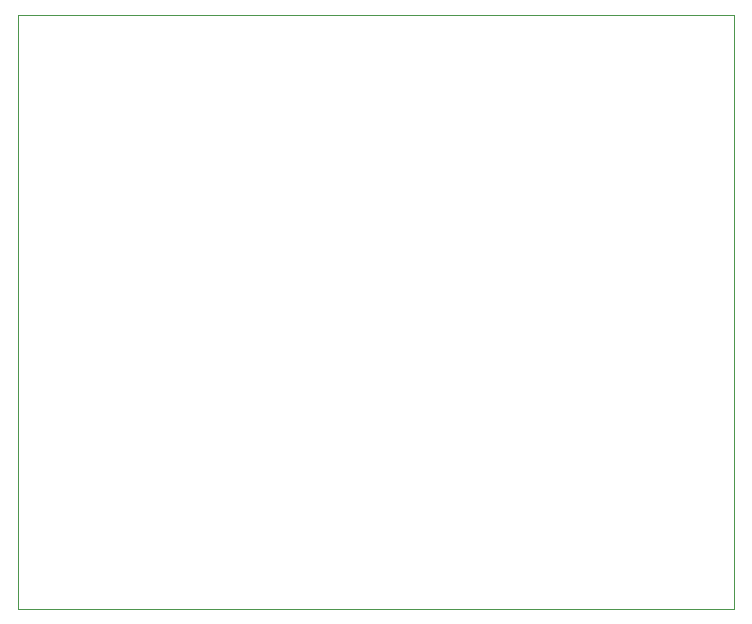
<source format=gbo>
G75*
G70*
%OFA0B0*%
%FSLAX24Y24*%
%IPPOS*%
%LPD*%
%AMOC8*
5,1,8,0,0,1.08239X$1,22.5*
%
%ADD10C,0.0000*%
D10*
X003791Y000319D02*
X027661Y000319D01*
X027661Y020119D01*
X003791Y020119D01*
X003791Y000319D01*
M02*

</source>
